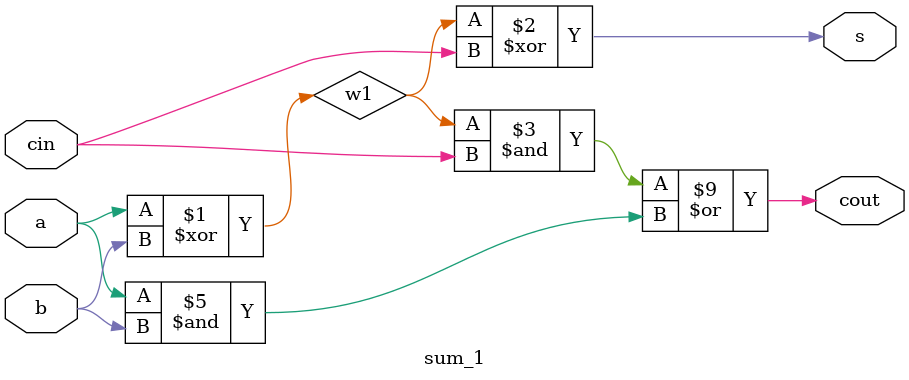
<source format=v>
module sum_1(a, b, cin, s, cout);

	input a, b, cin;
	output s, cout;
	
	wire w1, w2, w3;

	xor xor0(w1, a, b);
	xor xor1(s, w1, cin);
	nand nand0(w2, w1, cin);
	nand nand1(w3, a, b);
	or or0(cout, ~w2, ~w3);


endmodule
</source>
